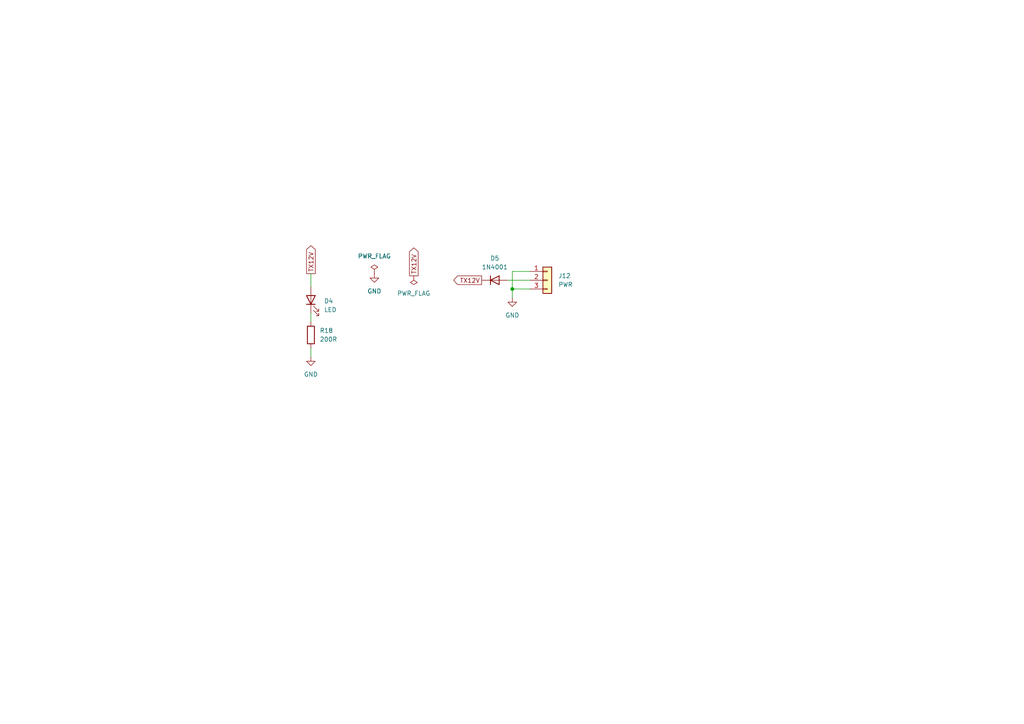
<source format=kicad_sch>
(kicad_sch (version 20211123) (generator eeschema)
  (paper "A4")
  (lib_symbols
    (symbol "Connector_Generic:Conn_01x03" (pin_names (offset 1.016) hide)
      (property "Reference" "J" (at 0 5.08 0))
      (property "Value" "Conn_01x03" (at 0 -5.08 0))
      (symbol "Conn_01x03_1_1"
        (rectangle (start -1.27 -2.413) (end 0 -2.667) (stroke (width 0.1524)))
        (rectangle (start -1.27 0.127) (end 0 -0.127) (stroke (width 0.1524)))
        (rectangle (start -1.27 2.667) (end 0 2.413) (stroke (width 0.1524)))
        (rectangle (start -1.27 3.81) (end 1.27 -3.81) (stroke (width 0.254)) (fill (type background)))
        (pin passive line (at -5.08 2.54 0) (length 3.81) (name "Pin_1") (number "1"))
        (pin passive line (at -5.08 0 0) (length 3.81) (name "Pin_2") (number "2"))
        (pin passive line (at -5.08 -2.54 0) (length 3.81) (name "Pin_3") (number "3"))
      )
    )
    (symbol "Device:LED" (pin_numbers hide) (pin_names (offset 1.016) hide)
      (property "Reference" "D" (at 0 2.54 0))
      (property "Value" "LED" (at 0 -2.54 0))
      (symbol "LED_0_1"
        (polyline (pts (xy -1.27 -1.27) (xy -1.27 1.27)) (stroke (width 0.254)))
        (polyline (pts (xy -1.27 0) (xy 1.27 0)))
        (polyline (pts (xy 1.27 -1.27) (xy 1.27 1.27) (xy -1.27 0) (xy 1.27 -1.27)) (stroke (width 0.254)))
        (polyline (pts (xy -3.048 -0.762) (xy -4.572 -2.286) (xy -3.81 -2.286) (xy -4.572 -2.286) (xy -4.572 -1.524)))
        (polyline (pts (xy -1.778 -0.762) (xy -3.302 -2.286) (xy -2.54 -2.286) (xy -3.302 -2.286) (xy -3.302 -1.524)))
      )
      (symbol "LED_1_1"
        (pin passive line (at -3.81 0 0) (length 2.54) (name "K") (number "1"))
        (pin passive line (at 3.81 0 180) (length 2.54) (name "A") (number "2"))
      )
    )
    (symbol "Device:R" (pin_numbers hide) (pin_names (offset 0))
      (property "Reference" "R" (at 2.032 0 90))
      (property "Value" "R" (at 0 0 90))
      (symbol "R_0_1"
        (rectangle (start -1.016 -2.54) (end 1.016 2.54) (stroke (width 0.254)))
      )
      (symbol "R_1_1"
        (pin passive line (at 0 3.81 270) (length 1.27) (name "~") (number "1"))
        (pin passive line (at 0 -3.81 90) (length 1.27) (name "~") (number "2"))
      )
    )
    (symbol "Diode:1N4001" (pin_numbers hide) (pin_names (offset 1.016) hide)
      (property "Reference" "D" (at 0 2.54 0))
      (property "Value" "1N4001" (at 0 -2.54 0))
      (symbol "1N4001_0_1"
        (polyline (pts (xy -1.27 1.27) (xy -1.27 -1.27)) (stroke (width 0.254)))
        (polyline (pts (xy 1.27 0) (xy -1.27 0)))
        (polyline (pts (xy 1.27 1.27) (xy 1.27 -1.27) (xy -1.27 0) (xy 1.27 1.27)) (stroke (width 0.254)))
      )
      (symbol "1N4001_1_1"
        (pin passive line (at -3.81 0 0) (length 2.54) (name "K") (number "1"))
        (pin passive line (at 3.81 0 180) (length 2.54) (name "A") (number "2"))
      )
    )
    (symbol "power:GND" (power) (pin_names (offset 0))
      (property "Value" "GND" (at 0 -3.81 0))
      (symbol "GND_0_1"
        (polyline (pts (xy 0 0) (xy 0 -1.27) (xy 1.27 -1.27) (xy 0 -2.54) (xy -1.27 -1.27) (xy 0 -1.27)))
      )
      (symbol "GND_1_1"
        (pin power_in line (at 0 0 270) (length 0) hide (name "GND") (number "1"))
      )
    )
    (symbol "power:PWR_FLAG" (power) (pin_numbers hide) (pin_names (offset 0) hide)
      (property "Value" "PWR_FLAG" (at 0 3.81 0))
      (symbol "PWR_FLAG_0_0"
        (pin power_out line (at 0 0 90) (length 0) (name "pwr") (number "1"))
      )
      (symbol "PWR_FLAG_0_1"
        (polyline (pts (xy 0 0) (xy 0 1.27) (xy -1.016 1.905) (xy 0 2.54) (xy 1.016 1.905) (xy 0 1.27)))
      )
    )
  )
  (junction (at 148.59 83.82))
  (wire (pts (xy 147.32 81.28) (xy 153.67 81.28)))
  (wire (pts (xy 90.17 79.375) (xy 90.17 83.185)))
  (wire (pts (xy 148.59 83.82) (xy 148.59 86.36)))
  (wire (pts (xy 90.17 90.805) (xy 90.17 93.345)))
  (wire (pts (xy 148.59 78.74) (xy 148.59 83.82)))
  (wire (pts (xy 148.59 83.82) (xy 153.67 83.82)))
  (wire (pts (xy 90.17 100.965) (xy 90.17 103.505)))
  (wire (pts (xy 153.67 78.74) (xy 148.59 78.74)))
  (global_label "TX12V" (shape output) (at 139.7 81.28 180) (property "Intersheet References" "${INTERSHEET_REFS}" (effects hide)))
  (global_label "TX12V" (shape output) (at 120.015 80.01 90) (property "Intersheet References" "${INTERSHEET_REFS}" (effects hide)))
  (global_label "TX12V" (shape output) (at 90.17 79.375 90) (property "Intersheet References" "${INTERSHEET_REFS}" (effects hide)))
  (symbol (lib_id "power:PWR_FLAG") (at 120.015 80.01 180) (unit 1)
    (property "Reference" "#FLG05" (effects hide))
    (property "Value" "PWR_FLAG" (at 120.015 85.09 0))
  )
  (symbol (lib_id "power:GND") (at 108.585 79.375 0) (unit 1)
    (property "Reference" "#PWR025" (effects hide))
    (property "Value" "GND" (at 108.585 84.455 0))
  )
  (symbol (lib_id "power:GND") (at 90.17 103.505 0) (unit 1)
    (property "Reference" "#PWR024" (effects hide))
    (property "Value" "GND" (at 90.17 108.585 0))
  )
  (symbol (lib_id "Device:LED") (at 90.17 86.995 90) (unit 1)
    (property "Reference" "D4" (at 93.98 87.3124 90) (effects (justify right)))
    (property "Value" "LED" (at 93.98 89.8524 90) (effects (justify right)))
    (property "Footprint" "LED_THT:LED_D3.0mm" (effects hide))
  )
  (symbol (lib_id "Device:R") (at 90.17 97.155 0) (unit 1)
    (property "Reference" "R18" (at 92.71 95.8849 0) (effects (justify left)))
    (property "Value" "200R" (at 92.71 98.4249 0) (effects (justify left)))
    (property "Footprint" "Resistor_SMD:R_1206_3216Metric" (effects hide))
  )
  (symbol (lib_id "power:PWR_FLAG") (at 108.585 79.375 0) (unit 1)
    (property "Reference" "#FLG04" (effects hide))
    (property "Value" "PWR_FLAG" (at 108.585 74.295 0))
  )
  (symbol (lib_id "Connector_Generic:Conn_01x03") (at 158.75 81.28 0) (unit 1)
    (property "Reference" "J12" (at 161.925 80.0099 0) (effects (justify left)))
    (property "Value" "PWR" (at 161.925 82.5499 0) (effects (justify left)))
    (property "Footprint" "Connector_PinHeader_2.54mm:PinHeader_1x03_P2.54mm_Vertical" (effects hide))
  )
  (symbol (lib_id "power:GND") (at 148.59 86.36 0) (unit 1)
    (property "Reference" "#PWR026" (effects hide))
    (property "Value" "GND" (at 148.59 91.44 0))
  )
  (symbol (lib_id "Diode:1N4001") (at 143.51 81.28 0) (unit 1)
    (property "Reference" "D5" (at 143.51 74.93 0))
    (property "Value" "1N4001" (at 143.51 77.47 0))
    (property "Footprint" "Diode_THT:D_DO-41_SOD81_P10.16mm_Horizontal" (effects hide))
    (property "Datasheet" "http://www.vishay.com/docs/88503/1n4001.pdf" (effects hide))
  )
)
</source>
